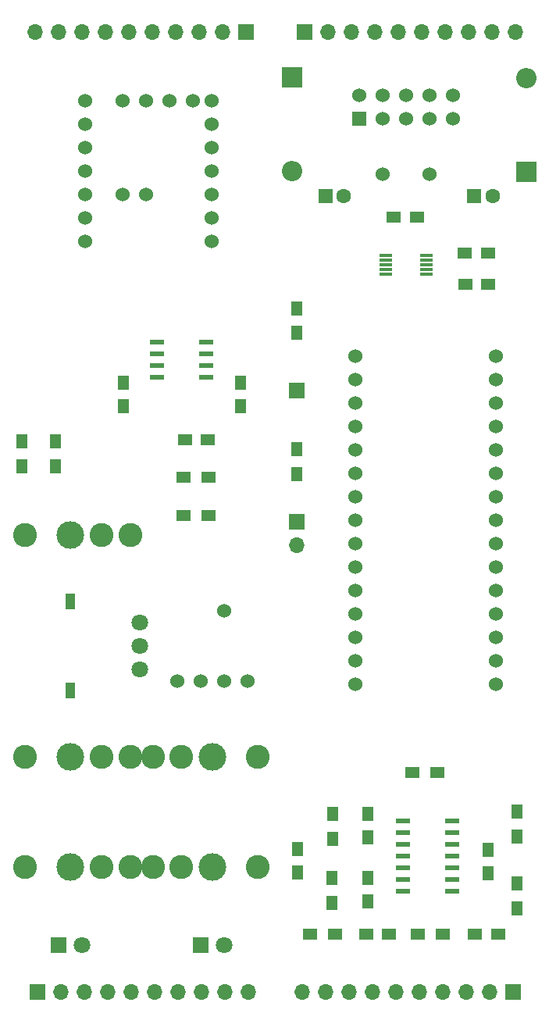
<source format=gbr>
G04 #@! TF.FileFunction,Soldermask,Top*
%FSLAX46Y46*%
G04 Gerber Fmt 4.6, Leading zero omitted, Abs format (unit mm)*
G04 Created by KiCad (PCBNEW 4.0.7-e2-6376~58~ubuntu16.04.1) date Mon Jan 22 09:14:14 2018*
%MOMM*%
%LPD*%
G01*
G04 APERTURE LIST*
%ADD10C,0.100000*%
%ADD11C,1.524000*%
%ADD12R,1.600000X1.600000*%
%ADD13C,1.600000*%
%ADD14R,1.500000X1.250000*%
%ADD15R,1.250000X1.500000*%
%ADD16R,2.200000X2.200000*%
%ADD17O,2.200000X2.200000*%
%ADD18R,1.800000X1.800000*%
%ADD19C,1.800000*%
%ADD20R,1.700000X1.700000*%
%ADD21O,1.700000X1.700000*%
%ADD22C,3.000000*%
%ADD23C,2.600000*%
%ADD24R,1.524000X1.524000*%
%ADD25R,1.300000X1.500000*%
%ADD26R,1.500000X1.300000*%
%ADD27R,1.100000X1.800000*%
%ADD28R,1.400000X0.300000*%
%ADD29R,1.550000X0.600000*%
%ADD30R,1.500000X0.600000*%
G04 APERTURE END LIST*
D10*
D11*
X78530000Y-89020000D03*
X78530000Y-91560000D03*
X78530000Y-94100000D03*
X78530000Y-96640000D03*
X78530000Y-99180000D03*
X78530000Y-101720000D03*
X78530000Y-104260000D03*
X78530000Y-106800000D03*
X78530000Y-109340000D03*
X78530000Y-111880000D03*
X78530000Y-114420000D03*
X78530000Y-116960000D03*
X78530000Y-119500000D03*
X78530000Y-122040000D03*
X78530000Y-124580000D03*
X93770000Y-124580000D03*
X93770000Y-122040000D03*
X93770000Y-119500000D03*
X93770000Y-116960000D03*
X93770000Y-114420000D03*
X93770000Y-111880000D03*
X93770000Y-109340000D03*
X93770000Y-106800000D03*
X93770000Y-104260000D03*
X93770000Y-101720000D03*
X93770000Y-99180000D03*
X93770000Y-96640000D03*
X93770000Y-94100000D03*
X93770000Y-91560000D03*
X93770000Y-89020000D03*
D12*
X75300000Y-71650000D03*
D13*
X77300000Y-71650000D03*
D12*
X91400000Y-71650000D03*
D13*
X93400000Y-71650000D03*
D14*
X82700000Y-73900000D03*
X85200000Y-73900000D03*
X90450000Y-81200000D03*
X92950000Y-81200000D03*
D11*
X81510000Y-69250000D03*
X86590000Y-69250000D03*
D14*
X90400000Y-77850000D03*
X92900000Y-77850000D03*
D15*
X53400000Y-91900000D03*
X53400000Y-94400000D03*
X66050000Y-94400000D03*
X66050000Y-91900000D03*
X92950000Y-142550000D03*
X92950000Y-145050000D03*
X79850000Y-138650000D03*
X79850000Y-141150000D03*
X72300000Y-144950000D03*
X72300000Y-142450000D03*
X79900000Y-148100000D03*
X79900000Y-145600000D03*
D14*
X82200000Y-151650000D03*
X79700000Y-151650000D03*
X94000000Y-151650000D03*
X91500000Y-151650000D03*
X62550000Y-98100000D03*
X60050000Y-98100000D03*
D16*
X71650000Y-58800000D03*
D17*
X71650000Y-68960000D03*
D16*
X97050000Y-69000000D03*
D17*
X97050000Y-58840000D03*
D18*
X46400000Y-152800000D03*
D19*
X48940000Y-152800000D03*
D18*
X61750000Y-152800000D03*
D19*
X64290000Y-152800000D03*
D11*
X49254000Y-68950000D03*
X49254000Y-66410000D03*
X49254000Y-63870000D03*
X49254000Y-61330000D03*
X49254000Y-71490000D03*
X49254000Y-74030000D03*
X49254000Y-76570000D03*
X53318000Y-61330000D03*
X55858000Y-61330000D03*
X58398000Y-61330000D03*
X60938000Y-61330000D03*
X53318000Y-71490000D03*
X55858000Y-71490000D03*
X62970000Y-68950000D03*
X62970000Y-66410000D03*
X62970000Y-63870000D03*
X62970000Y-61330000D03*
X62970000Y-71490000D03*
X62970000Y-74030000D03*
X62970000Y-76570000D03*
D20*
X72200000Y-106950000D03*
D21*
X72200000Y-109490000D03*
D20*
X72200000Y-92700000D03*
D22*
X47650000Y-108400000D03*
D23*
X42730000Y-108400000D03*
X51030000Y-108400000D03*
X54130000Y-108400000D03*
D11*
X84050000Y-60730000D03*
X86590000Y-60730000D03*
X89130000Y-60730000D03*
X81510000Y-60730000D03*
X78970000Y-60730000D03*
D24*
X78970000Y-63270000D03*
D11*
X81510000Y-63270000D03*
X84050000Y-63270000D03*
X86590000Y-63270000D03*
X89130000Y-63270000D03*
D22*
X47650000Y-144400000D03*
D23*
X42730000Y-144400000D03*
X51030000Y-144400000D03*
X54130000Y-144400000D03*
D22*
X63050000Y-144400000D03*
D23*
X67970000Y-144400000D03*
X59670000Y-144400000D03*
X56570000Y-144400000D03*
D22*
X47650000Y-132400000D03*
D23*
X42730000Y-132400000D03*
X51030000Y-132400000D03*
X54130000Y-132400000D03*
D22*
X63050000Y-132400000D03*
D23*
X67970000Y-132400000D03*
X59670000Y-132400000D03*
X56570000Y-132400000D03*
D25*
X72200000Y-99100000D03*
X72200000Y-101800000D03*
X72200000Y-83800000D03*
X72200000Y-86500000D03*
D26*
X59950000Y-106250000D03*
X62650000Y-106250000D03*
X62650000Y-102150000D03*
X59950000Y-102150000D03*
D25*
X42350000Y-98200000D03*
X42350000Y-100900000D03*
X46050000Y-98200000D03*
X46050000Y-100900000D03*
D26*
X84700000Y-134150000D03*
X87400000Y-134150000D03*
D25*
X76050000Y-141350000D03*
X76050000Y-138650000D03*
D26*
X76300000Y-151650000D03*
X73600000Y-151650000D03*
D25*
X76000000Y-148300000D03*
X76000000Y-145600000D03*
D26*
X88000000Y-151650000D03*
X85300000Y-151650000D03*
D25*
X96050000Y-148850000D03*
X96050000Y-146150000D03*
X96050000Y-138400000D03*
X96050000Y-141100000D03*
D19*
X55150000Y-122940000D03*
X55150000Y-117860000D03*
D27*
X47650000Y-125200000D03*
X47650000Y-115600000D03*
D19*
X55150000Y-120400000D03*
D11*
X64320000Y-124210000D03*
X66860000Y-124210000D03*
X61780000Y-124210000D03*
X59240000Y-124210000D03*
X64320000Y-116590000D03*
D28*
X81800000Y-78100000D03*
X81800000Y-78600000D03*
X81800000Y-79100000D03*
X81800000Y-79600000D03*
X81800000Y-80100000D03*
X86200000Y-80100000D03*
X86200000Y-79600000D03*
X86200000Y-79100000D03*
X86200000Y-78600000D03*
X86200000Y-78100000D03*
D29*
X57000000Y-87495000D03*
X57000000Y-88765000D03*
X57000000Y-90035000D03*
X57000000Y-91305000D03*
X62400000Y-91305000D03*
X62400000Y-90035000D03*
X62400000Y-88765000D03*
X62400000Y-87495000D03*
D30*
X83675000Y-139415000D03*
X83675000Y-140685000D03*
X83675000Y-141955000D03*
X83675000Y-143225000D03*
X83675000Y-144495000D03*
X83675000Y-145765000D03*
X83675000Y-147035000D03*
X89075000Y-147035000D03*
X89075000Y-145765000D03*
X89075000Y-144495000D03*
X89075000Y-143225000D03*
X89075000Y-141955000D03*
X89075000Y-140685000D03*
X89075000Y-139415000D03*
D20*
X73050000Y-53900000D03*
D21*
X75590000Y-53900000D03*
X78130000Y-53900000D03*
X80670000Y-53900000D03*
X83210000Y-53900000D03*
X85750000Y-53900000D03*
X88290000Y-53900000D03*
X90830000Y-53900000D03*
X93370000Y-53900000D03*
X95910000Y-53900000D03*
D20*
X95650000Y-157900000D03*
D21*
X93110000Y-157900000D03*
X90570000Y-157900000D03*
X88030000Y-157900000D03*
X85490000Y-157900000D03*
X82950000Y-157900000D03*
X80410000Y-157900000D03*
X77870000Y-157900000D03*
X75330000Y-157900000D03*
X72790000Y-157900000D03*
D20*
X66650000Y-53900000D03*
D21*
X64110000Y-53900000D03*
X61570000Y-53900000D03*
X59030000Y-53900000D03*
X56490000Y-53900000D03*
X53950000Y-53900000D03*
X51410000Y-53900000D03*
X48870000Y-53900000D03*
X46330000Y-53900000D03*
X43790000Y-53900000D03*
D20*
X44050000Y-157900000D03*
D21*
X46590000Y-157900000D03*
X49130000Y-157900000D03*
X51670000Y-157900000D03*
X54210000Y-157900000D03*
X56750000Y-157900000D03*
X59290000Y-157900000D03*
X61830000Y-157900000D03*
X64370000Y-157900000D03*
X66910000Y-157900000D03*
M02*

</source>
